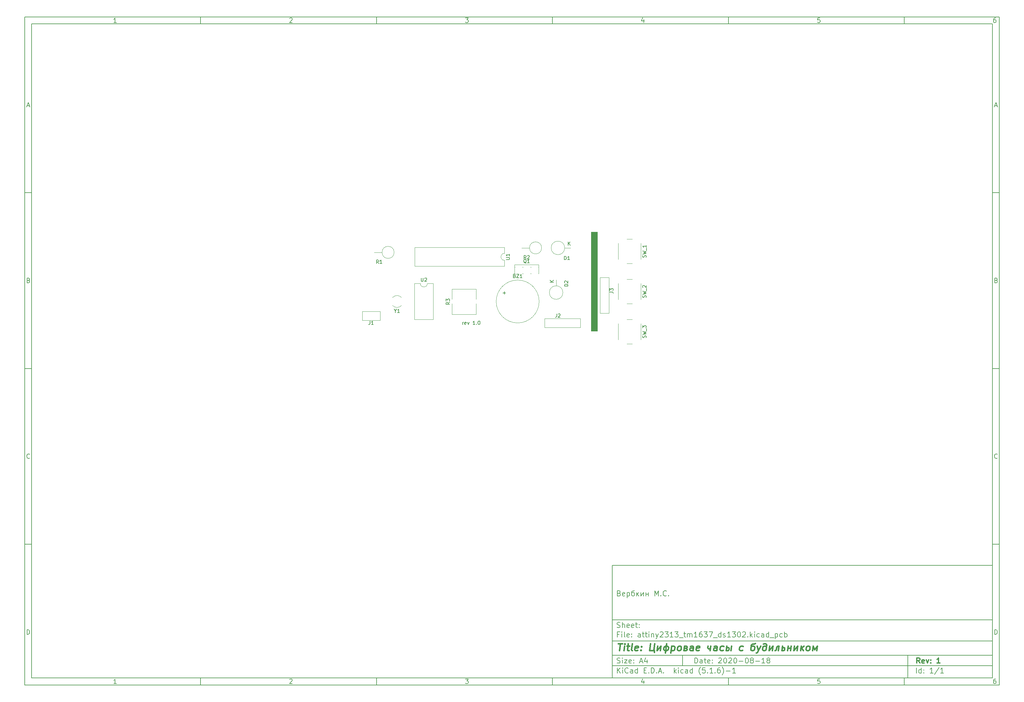
<source format=gbr>
%TF.GenerationSoftware,KiCad,Pcbnew,(5.1.6)-1*%
%TF.CreationDate,2020-08-18T15:16:32+05:00*%
%TF.ProjectId,attiny2313_tm1637_ds1302,61747469-6e79-4323-9331-335f746d3136,1*%
%TF.SameCoordinates,Original*%
%TF.FileFunction,Legend,Top*%
%TF.FilePolarity,Positive*%
%FSLAX46Y46*%
G04 Gerber Fmt 4.6, Leading zero omitted, Abs format (unit mm)*
G04 Created by KiCad (PCBNEW (5.1.6)-1) date 2020-08-18 15:16:32*
%MOMM*%
%LPD*%
G01*
G04 APERTURE LIST*
%ADD10C,0.100000*%
%ADD11C,0.150000*%
%ADD12C,0.300000*%
%ADD13C,0.400000*%
%ADD14C,0.120000*%
G04 APERTURE END LIST*
D10*
D11*
X177002200Y-166007200D02*
X177002200Y-198007200D01*
X285002200Y-198007200D01*
X285002200Y-166007200D01*
X177002200Y-166007200D01*
D10*
D11*
X10000000Y-10000000D02*
X10000000Y-200007200D01*
X287002200Y-200007200D01*
X287002200Y-10000000D01*
X10000000Y-10000000D01*
D10*
D11*
X12000000Y-12000000D02*
X12000000Y-198007200D01*
X285002200Y-198007200D01*
X285002200Y-12000000D01*
X12000000Y-12000000D01*
D10*
D11*
X60000000Y-12000000D02*
X60000000Y-10000000D01*
D10*
D11*
X110000000Y-12000000D02*
X110000000Y-10000000D01*
D10*
D11*
X160000000Y-12000000D02*
X160000000Y-10000000D01*
D10*
D11*
X210000000Y-12000000D02*
X210000000Y-10000000D01*
D10*
D11*
X260000000Y-12000000D02*
X260000000Y-10000000D01*
D10*
D11*
X36065476Y-11588095D02*
X35322619Y-11588095D01*
X35694047Y-11588095D02*
X35694047Y-10288095D01*
X35570238Y-10473809D01*
X35446428Y-10597619D01*
X35322619Y-10659523D01*
D10*
D11*
X85322619Y-10411904D02*
X85384523Y-10350000D01*
X85508333Y-10288095D01*
X85817857Y-10288095D01*
X85941666Y-10350000D01*
X86003571Y-10411904D01*
X86065476Y-10535714D01*
X86065476Y-10659523D01*
X86003571Y-10845238D01*
X85260714Y-11588095D01*
X86065476Y-11588095D01*
D10*
D11*
X135260714Y-10288095D02*
X136065476Y-10288095D01*
X135632142Y-10783333D01*
X135817857Y-10783333D01*
X135941666Y-10845238D01*
X136003571Y-10907142D01*
X136065476Y-11030952D01*
X136065476Y-11340476D01*
X136003571Y-11464285D01*
X135941666Y-11526190D01*
X135817857Y-11588095D01*
X135446428Y-11588095D01*
X135322619Y-11526190D01*
X135260714Y-11464285D01*
D10*
D11*
X185941666Y-10721428D02*
X185941666Y-11588095D01*
X185632142Y-10226190D02*
X185322619Y-11154761D01*
X186127380Y-11154761D01*
D10*
D11*
X236003571Y-10288095D02*
X235384523Y-10288095D01*
X235322619Y-10907142D01*
X235384523Y-10845238D01*
X235508333Y-10783333D01*
X235817857Y-10783333D01*
X235941666Y-10845238D01*
X236003571Y-10907142D01*
X236065476Y-11030952D01*
X236065476Y-11340476D01*
X236003571Y-11464285D01*
X235941666Y-11526190D01*
X235817857Y-11588095D01*
X235508333Y-11588095D01*
X235384523Y-11526190D01*
X235322619Y-11464285D01*
D10*
D11*
X285941666Y-10288095D02*
X285694047Y-10288095D01*
X285570238Y-10350000D01*
X285508333Y-10411904D01*
X285384523Y-10597619D01*
X285322619Y-10845238D01*
X285322619Y-11340476D01*
X285384523Y-11464285D01*
X285446428Y-11526190D01*
X285570238Y-11588095D01*
X285817857Y-11588095D01*
X285941666Y-11526190D01*
X286003571Y-11464285D01*
X286065476Y-11340476D01*
X286065476Y-11030952D01*
X286003571Y-10907142D01*
X285941666Y-10845238D01*
X285817857Y-10783333D01*
X285570238Y-10783333D01*
X285446428Y-10845238D01*
X285384523Y-10907142D01*
X285322619Y-11030952D01*
D10*
D11*
X60000000Y-198007200D02*
X60000000Y-200007200D01*
D10*
D11*
X110000000Y-198007200D02*
X110000000Y-200007200D01*
D10*
D11*
X160000000Y-198007200D02*
X160000000Y-200007200D01*
D10*
D11*
X210000000Y-198007200D02*
X210000000Y-200007200D01*
D10*
D11*
X260000000Y-198007200D02*
X260000000Y-200007200D01*
D10*
D11*
X36065476Y-199595295D02*
X35322619Y-199595295D01*
X35694047Y-199595295D02*
X35694047Y-198295295D01*
X35570238Y-198481009D01*
X35446428Y-198604819D01*
X35322619Y-198666723D01*
D10*
D11*
X85322619Y-198419104D02*
X85384523Y-198357200D01*
X85508333Y-198295295D01*
X85817857Y-198295295D01*
X85941666Y-198357200D01*
X86003571Y-198419104D01*
X86065476Y-198542914D01*
X86065476Y-198666723D01*
X86003571Y-198852438D01*
X85260714Y-199595295D01*
X86065476Y-199595295D01*
D10*
D11*
X135260714Y-198295295D02*
X136065476Y-198295295D01*
X135632142Y-198790533D01*
X135817857Y-198790533D01*
X135941666Y-198852438D01*
X136003571Y-198914342D01*
X136065476Y-199038152D01*
X136065476Y-199347676D01*
X136003571Y-199471485D01*
X135941666Y-199533390D01*
X135817857Y-199595295D01*
X135446428Y-199595295D01*
X135322619Y-199533390D01*
X135260714Y-199471485D01*
D10*
D11*
X185941666Y-198728628D02*
X185941666Y-199595295D01*
X185632142Y-198233390D02*
X185322619Y-199161961D01*
X186127380Y-199161961D01*
D10*
D11*
X236003571Y-198295295D02*
X235384523Y-198295295D01*
X235322619Y-198914342D01*
X235384523Y-198852438D01*
X235508333Y-198790533D01*
X235817857Y-198790533D01*
X235941666Y-198852438D01*
X236003571Y-198914342D01*
X236065476Y-199038152D01*
X236065476Y-199347676D01*
X236003571Y-199471485D01*
X235941666Y-199533390D01*
X235817857Y-199595295D01*
X235508333Y-199595295D01*
X235384523Y-199533390D01*
X235322619Y-199471485D01*
D10*
D11*
X285941666Y-198295295D02*
X285694047Y-198295295D01*
X285570238Y-198357200D01*
X285508333Y-198419104D01*
X285384523Y-198604819D01*
X285322619Y-198852438D01*
X285322619Y-199347676D01*
X285384523Y-199471485D01*
X285446428Y-199533390D01*
X285570238Y-199595295D01*
X285817857Y-199595295D01*
X285941666Y-199533390D01*
X286003571Y-199471485D01*
X286065476Y-199347676D01*
X286065476Y-199038152D01*
X286003571Y-198914342D01*
X285941666Y-198852438D01*
X285817857Y-198790533D01*
X285570238Y-198790533D01*
X285446428Y-198852438D01*
X285384523Y-198914342D01*
X285322619Y-199038152D01*
D10*
D11*
X10000000Y-60000000D02*
X12000000Y-60000000D01*
D10*
D11*
X10000000Y-110000000D02*
X12000000Y-110000000D01*
D10*
D11*
X10000000Y-160000000D02*
X12000000Y-160000000D01*
D10*
D11*
X10690476Y-35216666D02*
X11309523Y-35216666D01*
X10566666Y-35588095D02*
X11000000Y-34288095D01*
X11433333Y-35588095D01*
D10*
D11*
X11092857Y-84907142D02*
X11278571Y-84969047D01*
X11340476Y-85030952D01*
X11402380Y-85154761D01*
X11402380Y-85340476D01*
X11340476Y-85464285D01*
X11278571Y-85526190D01*
X11154761Y-85588095D01*
X10659523Y-85588095D01*
X10659523Y-84288095D01*
X11092857Y-84288095D01*
X11216666Y-84350000D01*
X11278571Y-84411904D01*
X11340476Y-84535714D01*
X11340476Y-84659523D01*
X11278571Y-84783333D01*
X11216666Y-84845238D01*
X11092857Y-84907142D01*
X10659523Y-84907142D01*
D10*
D11*
X11402380Y-135464285D02*
X11340476Y-135526190D01*
X11154761Y-135588095D01*
X11030952Y-135588095D01*
X10845238Y-135526190D01*
X10721428Y-135402380D01*
X10659523Y-135278571D01*
X10597619Y-135030952D01*
X10597619Y-134845238D01*
X10659523Y-134597619D01*
X10721428Y-134473809D01*
X10845238Y-134350000D01*
X11030952Y-134288095D01*
X11154761Y-134288095D01*
X11340476Y-134350000D01*
X11402380Y-134411904D01*
D10*
D11*
X10659523Y-185588095D02*
X10659523Y-184288095D01*
X10969047Y-184288095D01*
X11154761Y-184350000D01*
X11278571Y-184473809D01*
X11340476Y-184597619D01*
X11402380Y-184845238D01*
X11402380Y-185030952D01*
X11340476Y-185278571D01*
X11278571Y-185402380D01*
X11154761Y-185526190D01*
X10969047Y-185588095D01*
X10659523Y-185588095D01*
D10*
D11*
X287002200Y-60000000D02*
X285002200Y-60000000D01*
D10*
D11*
X287002200Y-110000000D02*
X285002200Y-110000000D01*
D10*
D11*
X287002200Y-160000000D02*
X285002200Y-160000000D01*
D10*
D11*
X285692676Y-35216666D02*
X286311723Y-35216666D01*
X285568866Y-35588095D02*
X286002200Y-34288095D01*
X286435533Y-35588095D01*
D10*
D11*
X286095057Y-84907142D02*
X286280771Y-84969047D01*
X286342676Y-85030952D01*
X286404580Y-85154761D01*
X286404580Y-85340476D01*
X286342676Y-85464285D01*
X286280771Y-85526190D01*
X286156961Y-85588095D01*
X285661723Y-85588095D01*
X285661723Y-84288095D01*
X286095057Y-84288095D01*
X286218866Y-84350000D01*
X286280771Y-84411904D01*
X286342676Y-84535714D01*
X286342676Y-84659523D01*
X286280771Y-84783333D01*
X286218866Y-84845238D01*
X286095057Y-84907142D01*
X285661723Y-84907142D01*
D10*
D11*
X286404580Y-135464285D02*
X286342676Y-135526190D01*
X286156961Y-135588095D01*
X286033152Y-135588095D01*
X285847438Y-135526190D01*
X285723628Y-135402380D01*
X285661723Y-135278571D01*
X285599819Y-135030952D01*
X285599819Y-134845238D01*
X285661723Y-134597619D01*
X285723628Y-134473809D01*
X285847438Y-134350000D01*
X286033152Y-134288095D01*
X286156961Y-134288095D01*
X286342676Y-134350000D01*
X286404580Y-134411904D01*
D10*
D11*
X285661723Y-185588095D02*
X285661723Y-184288095D01*
X285971247Y-184288095D01*
X286156961Y-184350000D01*
X286280771Y-184473809D01*
X286342676Y-184597619D01*
X286404580Y-184845238D01*
X286404580Y-185030952D01*
X286342676Y-185278571D01*
X286280771Y-185402380D01*
X286156961Y-185526190D01*
X285971247Y-185588095D01*
X285661723Y-185588095D01*
D10*
D11*
X200434342Y-193785771D02*
X200434342Y-192285771D01*
X200791485Y-192285771D01*
X201005771Y-192357200D01*
X201148628Y-192500057D01*
X201220057Y-192642914D01*
X201291485Y-192928628D01*
X201291485Y-193142914D01*
X201220057Y-193428628D01*
X201148628Y-193571485D01*
X201005771Y-193714342D01*
X200791485Y-193785771D01*
X200434342Y-193785771D01*
X202577200Y-193785771D02*
X202577200Y-193000057D01*
X202505771Y-192857200D01*
X202362914Y-192785771D01*
X202077200Y-192785771D01*
X201934342Y-192857200D01*
X202577200Y-193714342D02*
X202434342Y-193785771D01*
X202077200Y-193785771D01*
X201934342Y-193714342D01*
X201862914Y-193571485D01*
X201862914Y-193428628D01*
X201934342Y-193285771D01*
X202077200Y-193214342D01*
X202434342Y-193214342D01*
X202577200Y-193142914D01*
X203077200Y-192785771D02*
X203648628Y-192785771D01*
X203291485Y-192285771D02*
X203291485Y-193571485D01*
X203362914Y-193714342D01*
X203505771Y-193785771D01*
X203648628Y-193785771D01*
X204720057Y-193714342D02*
X204577200Y-193785771D01*
X204291485Y-193785771D01*
X204148628Y-193714342D01*
X204077200Y-193571485D01*
X204077200Y-193000057D01*
X204148628Y-192857200D01*
X204291485Y-192785771D01*
X204577200Y-192785771D01*
X204720057Y-192857200D01*
X204791485Y-193000057D01*
X204791485Y-193142914D01*
X204077200Y-193285771D01*
X205434342Y-193642914D02*
X205505771Y-193714342D01*
X205434342Y-193785771D01*
X205362914Y-193714342D01*
X205434342Y-193642914D01*
X205434342Y-193785771D01*
X205434342Y-192857200D02*
X205505771Y-192928628D01*
X205434342Y-193000057D01*
X205362914Y-192928628D01*
X205434342Y-192857200D01*
X205434342Y-193000057D01*
X207220057Y-192428628D02*
X207291485Y-192357200D01*
X207434342Y-192285771D01*
X207791485Y-192285771D01*
X207934342Y-192357200D01*
X208005771Y-192428628D01*
X208077200Y-192571485D01*
X208077200Y-192714342D01*
X208005771Y-192928628D01*
X207148628Y-193785771D01*
X208077200Y-193785771D01*
X209005771Y-192285771D02*
X209148628Y-192285771D01*
X209291485Y-192357200D01*
X209362914Y-192428628D01*
X209434342Y-192571485D01*
X209505771Y-192857200D01*
X209505771Y-193214342D01*
X209434342Y-193500057D01*
X209362914Y-193642914D01*
X209291485Y-193714342D01*
X209148628Y-193785771D01*
X209005771Y-193785771D01*
X208862914Y-193714342D01*
X208791485Y-193642914D01*
X208720057Y-193500057D01*
X208648628Y-193214342D01*
X208648628Y-192857200D01*
X208720057Y-192571485D01*
X208791485Y-192428628D01*
X208862914Y-192357200D01*
X209005771Y-192285771D01*
X210077200Y-192428628D02*
X210148628Y-192357200D01*
X210291485Y-192285771D01*
X210648628Y-192285771D01*
X210791485Y-192357200D01*
X210862914Y-192428628D01*
X210934342Y-192571485D01*
X210934342Y-192714342D01*
X210862914Y-192928628D01*
X210005771Y-193785771D01*
X210934342Y-193785771D01*
X211862914Y-192285771D02*
X212005771Y-192285771D01*
X212148628Y-192357200D01*
X212220057Y-192428628D01*
X212291485Y-192571485D01*
X212362914Y-192857200D01*
X212362914Y-193214342D01*
X212291485Y-193500057D01*
X212220057Y-193642914D01*
X212148628Y-193714342D01*
X212005771Y-193785771D01*
X211862914Y-193785771D01*
X211720057Y-193714342D01*
X211648628Y-193642914D01*
X211577200Y-193500057D01*
X211505771Y-193214342D01*
X211505771Y-192857200D01*
X211577200Y-192571485D01*
X211648628Y-192428628D01*
X211720057Y-192357200D01*
X211862914Y-192285771D01*
X213005771Y-193214342D02*
X214148628Y-193214342D01*
X215148628Y-192285771D02*
X215291485Y-192285771D01*
X215434342Y-192357200D01*
X215505771Y-192428628D01*
X215577200Y-192571485D01*
X215648628Y-192857200D01*
X215648628Y-193214342D01*
X215577200Y-193500057D01*
X215505771Y-193642914D01*
X215434342Y-193714342D01*
X215291485Y-193785771D01*
X215148628Y-193785771D01*
X215005771Y-193714342D01*
X214934342Y-193642914D01*
X214862914Y-193500057D01*
X214791485Y-193214342D01*
X214791485Y-192857200D01*
X214862914Y-192571485D01*
X214934342Y-192428628D01*
X215005771Y-192357200D01*
X215148628Y-192285771D01*
X216505771Y-192928628D02*
X216362914Y-192857200D01*
X216291485Y-192785771D01*
X216220057Y-192642914D01*
X216220057Y-192571485D01*
X216291485Y-192428628D01*
X216362914Y-192357200D01*
X216505771Y-192285771D01*
X216791485Y-192285771D01*
X216934342Y-192357200D01*
X217005771Y-192428628D01*
X217077200Y-192571485D01*
X217077200Y-192642914D01*
X217005771Y-192785771D01*
X216934342Y-192857200D01*
X216791485Y-192928628D01*
X216505771Y-192928628D01*
X216362914Y-193000057D01*
X216291485Y-193071485D01*
X216220057Y-193214342D01*
X216220057Y-193500057D01*
X216291485Y-193642914D01*
X216362914Y-193714342D01*
X216505771Y-193785771D01*
X216791485Y-193785771D01*
X216934342Y-193714342D01*
X217005771Y-193642914D01*
X217077200Y-193500057D01*
X217077200Y-193214342D01*
X217005771Y-193071485D01*
X216934342Y-193000057D01*
X216791485Y-192928628D01*
X217720057Y-193214342D02*
X218862914Y-193214342D01*
X220362914Y-193785771D02*
X219505771Y-193785771D01*
X219934342Y-193785771D02*
X219934342Y-192285771D01*
X219791485Y-192500057D01*
X219648628Y-192642914D01*
X219505771Y-192714342D01*
X221220057Y-192928628D02*
X221077200Y-192857200D01*
X221005771Y-192785771D01*
X220934342Y-192642914D01*
X220934342Y-192571485D01*
X221005771Y-192428628D01*
X221077200Y-192357200D01*
X221220057Y-192285771D01*
X221505771Y-192285771D01*
X221648628Y-192357200D01*
X221720057Y-192428628D01*
X221791485Y-192571485D01*
X221791485Y-192642914D01*
X221720057Y-192785771D01*
X221648628Y-192857200D01*
X221505771Y-192928628D01*
X221220057Y-192928628D01*
X221077200Y-193000057D01*
X221005771Y-193071485D01*
X220934342Y-193214342D01*
X220934342Y-193500057D01*
X221005771Y-193642914D01*
X221077200Y-193714342D01*
X221220057Y-193785771D01*
X221505771Y-193785771D01*
X221648628Y-193714342D01*
X221720057Y-193642914D01*
X221791485Y-193500057D01*
X221791485Y-193214342D01*
X221720057Y-193071485D01*
X221648628Y-193000057D01*
X221505771Y-192928628D01*
D10*
D11*
X177002200Y-194507200D02*
X285002200Y-194507200D01*
D10*
D11*
X178434342Y-196585771D02*
X178434342Y-195085771D01*
X179291485Y-196585771D02*
X178648628Y-195728628D01*
X179291485Y-195085771D02*
X178434342Y-195942914D01*
X179934342Y-196585771D02*
X179934342Y-195585771D01*
X179934342Y-195085771D02*
X179862914Y-195157200D01*
X179934342Y-195228628D01*
X180005771Y-195157200D01*
X179934342Y-195085771D01*
X179934342Y-195228628D01*
X181505771Y-196442914D02*
X181434342Y-196514342D01*
X181220057Y-196585771D01*
X181077200Y-196585771D01*
X180862914Y-196514342D01*
X180720057Y-196371485D01*
X180648628Y-196228628D01*
X180577200Y-195942914D01*
X180577200Y-195728628D01*
X180648628Y-195442914D01*
X180720057Y-195300057D01*
X180862914Y-195157200D01*
X181077200Y-195085771D01*
X181220057Y-195085771D01*
X181434342Y-195157200D01*
X181505771Y-195228628D01*
X182791485Y-196585771D02*
X182791485Y-195800057D01*
X182720057Y-195657200D01*
X182577200Y-195585771D01*
X182291485Y-195585771D01*
X182148628Y-195657200D01*
X182791485Y-196514342D02*
X182648628Y-196585771D01*
X182291485Y-196585771D01*
X182148628Y-196514342D01*
X182077200Y-196371485D01*
X182077200Y-196228628D01*
X182148628Y-196085771D01*
X182291485Y-196014342D01*
X182648628Y-196014342D01*
X182791485Y-195942914D01*
X184148628Y-196585771D02*
X184148628Y-195085771D01*
X184148628Y-196514342D02*
X184005771Y-196585771D01*
X183720057Y-196585771D01*
X183577200Y-196514342D01*
X183505771Y-196442914D01*
X183434342Y-196300057D01*
X183434342Y-195871485D01*
X183505771Y-195728628D01*
X183577200Y-195657200D01*
X183720057Y-195585771D01*
X184005771Y-195585771D01*
X184148628Y-195657200D01*
X186005771Y-195800057D02*
X186505771Y-195800057D01*
X186720057Y-196585771D02*
X186005771Y-196585771D01*
X186005771Y-195085771D01*
X186720057Y-195085771D01*
X187362914Y-196442914D02*
X187434342Y-196514342D01*
X187362914Y-196585771D01*
X187291485Y-196514342D01*
X187362914Y-196442914D01*
X187362914Y-196585771D01*
X188077200Y-196585771D02*
X188077200Y-195085771D01*
X188434342Y-195085771D01*
X188648628Y-195157200D01*
X188791485Y-195300057D01*
X188862914Y-195442914D01*
X188934342Y-195728628D01*
X188934342Y-195942914D01*
X188862914Y-196228628D01*
X188791485Y-196371485D01*
X188648628Y-196514342D01*
X188434342Y-196585771D01*
X188077200Y-196585771D01*
X189577200Y-196442914D02*
X189648628Y-196514342D01*
X189577200Y-196585771D01*
X189505771Y-196514342D01*
X189577200Y-196442914D01*
X189577200Y-196585771D01*
X190220057Y-196157200D02*
X190934342Y-196157200D01*
X190077200Y-196585771D02*
X190577200Y-195085771D01*
X191077200Y-196585771D01*
X191577200Y-196442914D02*
X191648628Y-196514342D01*
X191577200Y-196585771D01*
X191505771Y-196514342D01*
X191577200Y-196442914D01*
X191577200Y-196585771D01*
X194577200Y-196585771D02*
X194577200Y-195085771D01*
X194720057Y-196014342D02*
X195148628Y-196585771D01*
X195148628Y-195585771D02*
X194577200Y-196157200D01*
X195791485Y-196585771D02*
X195791485Y-195585771D01*
X195791485Y-195085771D02*
X195720057Y-195157200D01*
X195791485Y-195228628D01*
X195862914Y-195157200D01*
X195791485Y-195085771D01*
X195791485Y-195228628D01*
X197148628Y-196514342D02*
X197005771Y-196585771D01*
X196720057Y-196585771D01*
X196577200Y-196514342D01*
X196505771Y-196442914D01*
X196434342Y-196300057D01*
X196434342Y-195871485D01*
X196505771Y-195728628D01*
X196577200Y-195657200D01*
X196720057Y-195585771D01*
X197005771Y-195585771D01*
X197148628Y-195657200D01*
X198434342Y-196585771D02*
X198434342Y-195800057D01*
X198362914Y-195657200D01*
X198220057Y-195585771D01*
X197934342Y-195585771D01*
X197791485Y-195657200D01*
X198434342Y-196514342D02*
X198291485Y-196585771D01*
X197934342Y-196585771D01*
X197791485Y-196514342D01*
X197720057Y-196371485D01*
X197720057Y-196228628D01*
X197791485Y-196085771D01*
X197934342Y-196014342D01*
X198291485Y-196014342D01*
X198434342Y-195942914D01*
X199791485Y-196585771D02*
X199791485Y-195085771D01*
X199791485Y-196514342D02*
X199648628Y-196585771D01*
X199362914Y-196585771D01*
X199220057Y-196514342D01*
X199148628Y-196442914D01*
X199077200Y-196300057D01*
X199077200Y-195871485D01*
X199148628Y-195728628D01*
X199220057Y-195657200D01*
X199362914Y-195585771D01*
X199648628Y-195585771D01*
X199791485Y-195657200D01*
X202077200Y-197157200D02*
X202005771Y-197085771D01*
X201862914Y-196871485D01*
X201791485Y-196728628D01*
X201720057Y-196514342D01*
X201648628Y-196157200D01*
X201648628Y-195871485D01*
X201720057Y-195514342D01*
X201791485Y-195300057D01*
X201862914Y-195157200D01*
X202005771Y-194942914D01*
X202077200Y-194871485D01*
X203362914Y-195085771D02*
X202648628Y-195085771D01*
X202577200Y-195800057D01*
X202648628Y-195728628D01*
X202791485Y-195657200D01*
X203148628Y-195657200D01*
X203291485Y-195728628D01*
X203362914Y-195800057D01*
X203434342Y-195942914D01*
X203434342Y-196300057D01*
X203362914Y-196442914D01*
X203291485Y-196514342D01*
X203148628Y-196585771D01*
X202791485Y-196585771D01*
X202648628Y-196514342D01*
X202577200Y-196442914D01*
X204077200Y-196442914D02*
X204148628Y-196514342D01*
X204077200Y-196585771D01*
X204005771Y-196514342D01*
X204077200Y-196442914D01*
X204077200Y-196585771D01*
X205577200Y-196585771D02*
X204720057Y-196585771D01*
X205148628Y-196585771D02*
X205148628Y-195085771D01*
X205005771Y-195300057D01*
X204862914Y-195442914D01*
X204720057Y-195514342D01*
X206220057Y-196442914D02*
X206291485Y-196514342D01*
X206220057Y-196585771D01*
X206148628Y-196514342D01*
X206220057Y-196442914D01*
X206220057Y-196585771D01*
X207577200Y-195085771D02*
X207291485Y-195085771D01*
X207148628Y-195157200D01*
X207077200Y-195228628D01*
X206934342Y-195442914D01*
X206862914Y-195728628D01*
X206862914Y-196300057D01*
X206934342Y-196442914D01*
X207005771Y-196514342D01*
X207148628Y-196585771D01*
X207434342Y-196585771D01*
X207577200Y-196514342D01*
X207648628Y-196442914D01*
X207720057Y-196300057D01*
X207720057Y-195942914D01*
X207648628Y-195800057D01*
X207577200Y-195728628D01*
X207434342Y-195657200D01*
X207148628Y-195657200D01*
X207005771Y-195728628D01*
X206934342Y-195800057D01*
X206862914Y-195942914D01*
X208220057Y-197157200D02*
X208291485Y-197085771D01*
X208434342Y-196871485D01*
X208505771Y-196728628D01*
X208577200Y-196514342D01*
X208648628Y-196157200D01*
X208648628Y-195871485D01*
X208577200Y-195514342D01*
X208505771Y-195300057D01*
X208434342Y-195157200D01*
X208291485Y-194942914D01*
X208220057Y-194871485D01*
X209362914Y-196014342D02*
X210505771Y-196014342D01*
X212005771Y-196585771D02*
X211148628Y-196585771D01*
X211577200Y-196585771D02*
X211577200Y-195085771D01*
X211434342Y-195300057D01*
X211291485Y-195442914D01*
X211148628Y-195514342D01*
D10*
D11*
X177002200Y-191507200D02*
X285002200Y-191507200D01*
D10*
D12*
X264411485Y-193785771D02*
X263911485Y-193071485D01*
X263554342Y-193785771D02*
X263554342Y-192285771D01*
X264125771Y-192285771D01*
X264268628Y-192357200D01*
X264340057Y-192428628D01*
X264411485Y-192571485D01*
X264411485Y-192785771D01*
X264340057Y-192928628D01*
X264268628Y-193000057D01*
X264125771Y-193071485D01*
X263554342Y-193071485D01*
X265625771Y-193714342D02*
X265482914Y-193785771D01*
X265197200Y-193785771D01*
X265054342Y-193714342D01*
X264982914Y-193571485D01*
X264982914Y-193000057D01*
X265054342Y-192857200D01*
X265197200Y-192785771D01*
X265482914Y-192785771D01*
X265625771Y-192857200D01*
X265697200Y-193000057D01*
X265697200Y-193142914D01*
X264982914Y-193285771D01*
X266197200Y-192785771D02*
X266554342Y-193785771D01*
X266911485Y-192785771D01*
X267482914Y-193642914D02*
X267554342Y-193714342D01*
X267482914Y-193785771D01*
X267411485Y-193714342D01*
X267482914Y-193642914D01*
X267482914Y-193785771D01*
X267482914Y-192857200D02*
X267554342Y-192928628D01*
X267482914Y-193000057D01*
X267411485Y-192928628D01*
X267482914Y-192857200D01*
X267482914Y-193000057D01*
X270125771Y-193785771D02*
X269268628Y-193785771D01*
X269697200Y-193785771D02*
X269697200Y-192285771D01*
X269554342Y-192500057D01*
X269411485Y-192642914D01*
X269268628Y-192714342D01*
D10*
D11*
X178362914Y-193714342D02*
X178577200Y-193785771D01*
X178934342Y-193785771D01*
X179077200Y-193714342D01*
X179148628Y-193642914D01*
X179220057Y-193500057D01*
X179220057Y-193357200D01*
X179148628Y-193214342D01*
X179077200Y-193142914D01*
X178934342Y-193071485D01*
X178648628Y-193000057D01*
X178505771Y-192928628D01*
X178434342Y-192857200D01*
X178362914Y-192714342D01*
X178362914Y-192571485D01*
X178434342Y-192428628D01*
X178505771Y-192357200D01*
X178648628Y-192285771D01*
X179005771Y-192285771D01*
X179220057Y-192357200D01*
X179862914Y-193785771D02*
X179862914Y-192785771D01*
X179862914Y-192285771D02*
X179791485Y-192357200D01*
X179862914Y-192428628D01*
X179934342Y-192357200D01*
X179862914Y-192285771D01*
X179862914Y-192428628D01*
X180434342Y-192785771D02*
X181220057Y-192785771D01*
X180434342Y-193785771D01*
X181220057Y-193785771D01*
X182362914Y-193714342D02*
X182220057Y-193785771D01*
X181934342Y-193785771D01*
X181791485Y-193714342D01*
X181720057Y-193571485D01*
X181720057Y-193000057D01*
X181791485Y-192857200D01*
X181934342Y-192785771D01*
X182220057Y-192785771D01*
X182362914Y-192857200D01*
X182434342Y-193000057D01*
X182434342Y-193142914D01*
X181720057Y-193285771D01*
X183077200Y-193642914D02*
X183148628Y-193714342D01*
X183077200Y-193785771D01*
X183005771Y-193714342D01*
X183077200Y-193642914D01*
X183077200Y-193785771D01*
X183077200Y-192857200D02*
X183148628Y-192928628D01*
X183077200Y-193000057D01*
X183005771Y-192928628D01*
X183077200Y-192857200D01*
X183077200Y-193000057D01*
X184862914Y-193357200D02*
X185577200Y-193357200D01*
X184720057Y-193785771D02*
X185220057Y-192285771D01*
X185720057Y-193785771D01*
X186862914Y-192785771D02*
X186862914Y-193785771D01*
X186505771Y-192214342D02*
X186148628Y-193285771D01*
X187077200Y-193285771D01*
D10*
D11*
X263434342Y-196585771D02*
X263434342Y-195085771D01*
X264791485Y-196585771D02*
X264791485Y-195085771D01*
X264791485Y-196514342D02*
X264648628Y-196585771D01*
X264362914Y-196585771D01*
X264220057Y-196514342D01*
X264148628Y-196442914D01*
X264077200Y-196300057D01*
X264077200Y-195871485D01*
X264148628Y-195728628D01*
X264220057Y-195657200D01*
X264362914Y-195585771D01*
X264648628Y-195585771D01*
X264791485Y-195657200D01*
X265505771Y-196442914D02*
X265577200Y-196514342D01*
X265505771Y-196585771D01*
X265434342Y-196514342D01*
X265505771Y-196442914D01*
X265505771Y-196585771D01*
X265505771Y-195657200D02*
X265577200Y-195728628D01*
X265505771Y-195800057D01*
X265434342Y-195728628D01*
X265505771Y-195657200D01*
X265505771Y-195800057D01*
X268148628Y-196585771D02*
X267291485Y-196585771D01*
X267720057Y-196585771D02*
X267720057Y-195085771D01*
X267577200Y-195300057D01*
X267434342Y-195442914D01*
X267291485Y-195514342D01*
X269862914Y-195014342D02*
X268577200Y-196942914D01*
X271148628Y-196585771D02*
X270291485Y-196585771D01*
X270720057Y-196585771D02*
X270720057Y-195085771D01*
X270577200Y-195300057D01*
X270434342Y-195442914D01*
X270291485Y-195514342D01*
D10*
D11*
X177002200Y-187507200D02*
X285002200Y-187507200D01*
D10*
D13*
X178714580Y-188211961D02*
X179857438Y-188211961D01*
X179036009Y-190211961D02*
X179286009Y-188211961D01*
X180274104Y-190211961D02*
X180440771Y-188878628D01*
X180524104Y-188211961D02*
X180416961Y-188307200D01*
X180500295Y-188402438D01*
X180607438Y-188307200D01*
X180524104Y-188211961D01*
X180500295Y-188402438D01*
X181107438Y-188878628D02*
X181869342Y-188878628D01*
X181476485Y-188211961D02*
X181262200Y-189926247D01*
X181333628Y-190116723D01*
X181512200Y-190211961D01*
X181702676Y-190211961D01*
X182655057Y-190211961D02*
X182476485Y-190116723D01*
X182405057Y-189926247D01*
X182619342Y-188211961D01*
X184190771Y-190116723D02*
X183988390Y-190211961D01*
X183607438Y-190211961D01*
X183428866Y-190116723D01*
X183357438Y-189926247D01*
X183452676Y-189164342D01*
X183571723Y-188973866D01*
X183774104Y-188878628D01*
X184155057Y-188878628D01*
X184333628Y-188973866D01*
X184405057Y-189164342D01*
X184381247Y-189354819D01*
X183405057Y-189545295D01*
X185155057Y-190021485D02*
X185238390Y-190116723D01*
X185131247Y-190211961D01*
X185047914Y-190116723D01*
X185155057Y-190021485D01*
X185131247Y-190211961D01*
X185286009Y-188973866D02*
X185369342Y-189069104D01*
X185262200Y-189164342D01*
X185178866Y-189069104D01*
X185286009Y-188973866D01*
X185262200Y-189164342D01*
X189000295Y-188211961D02*
X188750295Y-190211961D01*
X187857438Y-188211961D02*
X187607438Y-190211961D01*
X188940771Y-190211961D01*
X188881247Y-190688152D01*
X189869342Y-188878628D02*
X189702676Y-190211961D01*
X190821723Y-188878628D01*
X190655057Y-190211961D01*
X192428866Y-188211961D02*
X192095533Y-190878628D01*
X192155057Y-188878628D02*
X192536009Y-188878628D01*
X192714580Y-188973866D01*
X192881247Y-189164342D01*
X192952676Y-189354819D01*
X192905057Y-189735771D01*
X192786009Y-189926247D01*
X192571723Y-190116723D01*
X192369342Y-190211961D01*
X191988390Y-190211961D01*
X191809819Y-190116723D01*
X191643152Y-189926247D01*
X191571723Y-189735771D01*
X191619342Y-189354819D01*
X191738390Y-189164342D01*
X191952676Y-188973866D01*
X192155057Y-188878628D01*
X193869342Y-188878628D02*
X193619342Y-190878628D01*
X193857438Y-188973866D02*
X194059819Y-188878628D01*
X194440771Y-188878628D01*
X194619342Y-188973866D01*
X194702676Y-189069104D01*
X194774104Y-189259580D01*
X194702676Y-189831009D01*
X194583628Y-190021485D01*
X194476485Y-190116723D01*
X194274104Y-190211961D01*
X193893152Y-190211961D01*
X193714580Y-190116723D01*
X195797914Y-190211961D02*
X195619342Y-190116723D01*
X195536009Y-190021485D01*
X195464580Y-189831009D01*
X195536009Y-189259580D01*
X195655057Y-189069104D01*
X195762200Y-188973866D01*
X195964580Y-188878628D01*
X196250295Y-188878628D01*
X196428866Y-188973866D01*
X196512200Y-189069104D01*
X196583628Y-189259580D01*
X196512200Y-189831009D01*
X196393152Y-190021485D01*
X196286009Y-190116723D01*
X196083628Y-190211961D01*
X195797914Y-190211961D01*
X197881247Y-189545295D02*
X198155057Y-189640533D01*
X198226485Y-189831009D01*
X198214580Y-189926247D01*
X198095533Y-190116723D01*
X197893152Y-190211961D01*
X197321723Y-190211961D01*
X197488390Y-188878628D01*
X197964580Y-188878628D01*
X198143152Y-188973866D01*
X198214580Y-189164342D01*
X198202676Y-189259580D01*
X198083628Y-189450057D01*
X197881247Y-189545295D01*
X197405057Y-189545295D01*
X199893152Y-190211961D02*
X200024104Y-189164342D01*
X199952676Y-188973866D01*
X199774104Y-188878628D01*
X199393152Y-188878628D01*
X199190771Y-188973866D01*
X199905057Y-190116723D02*
X199702676Y-190211961D01*
X199226485Y-190211961D01*
X199047914Y-190116723D01*
X198976485Y-189926247D01*
X199000295Y-189735771D01*
X199119342Y-189545295D01*
X199321723Y-189450057D01*
X199797914Y-189450057D01*
X200000295Y-189354819D01*
X201619342Y-190116723D02*
X201416961Y-190211961D01*
X201036009Y-190211961D01*
X200857438Y-190116723D01*
X200786009Y-189926247D01*
X200881247Y-189164342D01*
X201000295Y-188973866D01*
X201202676Y-188878628D01*
X201583628Y-188878628D01*
X201762200Y-188973866D01*
X201833628Y-189164342D01*
X201809819Y-189354819D01*
X200833628Y-189545295D01*
X204916961Y-188878628D02*
X204750295Y-190211961D01*
X204155057Y-188878628D02*
X204095533Y-189354819D01*
X204166961Y-189545295D01*
X204345533Y-189640533D01*
X204821723Y-189640533D01*
X206655057Y-190211961D02*
X206786009Y-189164342D01*
X206714580Y-188973866D01*
X206536009Y-188878628D01*
X206155057Y-188878628D01*
X205952676Y-188973866D01*
X206666961Y-190116723D02*
X206464580Y-190211961D01*
X205988390Y-190211961D01*
X205809819Y-190116723D01*
X205738390Y-189926247D01*
X205762200Y-189735771D01*
X205881247Y-189545295D01*
X206083628Y-189450057D01*
X206559819Y-189450057D01*
X206762200Y-189354819D01*
X208476485Y-190116723D02*
X208274104Y-190211961D01*
X207893152Y-190211961D01*
X207714580Y-190116723D01*
X207631247Y-190021485D01*
X207559819Y-189831009D01*
X207631247Y-189259580D01*
X207750295Y-189069104D01*
X207857438Y-188973866D01*
X208059819Y-188878628D01*
X208440771Y-188878628D01*
X208619342Y-188973866D01*
X210821723Y-188878628D02*
X210655057Y-190211961D01*
X209488390Y-188878628D02*
X209321723Y-190211961D01*
X209797914Y-190211961D01*
X210000295Y-190116723D01*
X210119342Y-189926247D01*
X210155057Y-189640533D01*
X210083628Y-189450057D01*
X209905057Y-189354819D01*
X209428866Y-189354819D01*
X214000295Y-190116723D02*
X213797914Y-190211961D01*
X213416961Y-190211961D01*
X213238390Y-190116723D01*
X213155057Y-190021485D01*
X213083628Y-189831009D01*
X213155057Y-189259580D01*
X213274104Y-189069104D01*
X213381247Y-188973866D01*
X213583628Y-188878628D01*
X213964580Y-188878628D01*
X214143152Y-188973866D01*
X217583628Y-188116723D02*
X217476485Y-188211961D01*
X217274104Y-188307200D01*
X216893152Y-188307200D01*
X216690771Y-188402438D01*
X216583628Y-188497676D01*
X216464580Y-188688152D01*
X216321723Y-189831009D01*
X216393152Y-190021485D01*
X216476485Y-190116723D01*
X216655057Y-190211961D01*
X216940771Y-190211961D01*
X217143152Y-190116723D01*
X217250295Y-190021485D01*
X217369342Y-189831009D01*
X217440771Y-189259580D01*
X217369342Y-189069104D01*
X217286009Y-188973866D01*
X217107438Y-188878628D01*
X216726485Y-188878628D01*
X216524104Y-188973866D01*
X216416961Y-189069104D01*
X218155057Y-188878628D02*
X218464580Y-190211961D01*
X219107438Y-188878628D02*
X218464580Y-190211961D01*
X218214580Y-190688152D01*
X218107438Y-190783390D01*
X217905057Y-190878628D01*
X220797914Y-189069104D02*
X220714580Y-188973866D01*
X220536009Y-188878628D01*
X220155057Y-188878628D01*
X219952676Y-188973866D01*
X219845533Y-189069104D01*
X219726485Y-189259580D01*
X219655057Y-189831009D01*
X219726485Y-190021485D01*
X219809819Y-190116723D01*
X219988390Y-190211961D01*
X220274104Y-190211961D01*
X220476485Y-190116723D01*
X220583628Y-190021485D01*
X220702676Y-189831009D01*
X220857438Y-188592914D01*
X220786009Y-188402438D01*
X220702676Y-188307200D01*
X220524104Y-188211961D01*
X220143152Y-188211961D01*
X219940771Y-188307200D01*
X221678866Y-188878628D02*
X221512200Y-190211961D01*
X222631247Y-188878628D01*
X222464580Y-190211961D01*
X224178866Y-190211961D02*
X224345533Y-188878628D01*
X224059819Y-188878628D01*
X223857438Y-188973866D01*
X223738390Y-189164342D01*
X223547914Y-189926247D01*
X223428866Y-190116723D01*
X223226485Y-190211961D01*
X225297914Y-188878628D02*
X225131247Y-190211961D01*
X225607438Y-190211961D01*
X225809819Y-190116723D01*
X225928866Y-189926247D01*
X225964580Y-189640533D01*
X225893152Y-189450057D01*
X225714580Y-189354819D01*
X225238390Y-189354819D01*
X226833628Y-189545295D02*
X227690771Y-189545295D01*
X226916961Y-188878628D02*
X226750295Y-190211961D01*
X227774104Y-188878628D02*
X227607438Y-190211961D01*
X228726485Y-188878628D02*
X228559819Y-190211961D01*
X229678866Y-188878628D01*
X229512199Y-190211961D01*
X230631247Y-188878628D02*
X230464580Y-190211961D01*
X230750295Y-189450057D02*
X231226485Y-190211961D01*
X231393152Y-188878628D02*
X230536009Y-189640533D01*
X232369342Y-190211961D02*
X232190771Y-190116723D01*
X232107438Y-190021485D01*
X232036009Y-189831009D01*
X232107438Y-189259580D01*
X232226485Y-189069104D01*
X232333628Y-188973866D01*
X232536009Y-188878628D01*
X232821723Y-188878628D01*
X233000295Y-188973866D01*
X233083628Y-189069104D01*
X233155057Y-189259580D01*
X233083628Y-189831009D01*
X232964580Y-190021485D01*
X232857438Y-190116723D01*
X232655057Y-190211961D01*
X232369342Y-190211961D01*
X233893152Y-190211961D02*
X234059819Y-188878628D01*
X234500295Y-189926247D01*
X235202676Y-188878628D01*
X235036009Y-190211961D01*
D10*
D11*
X178934342Y-185600057D02*
X178434342Y-185600057D01*
X178434342Y-186385771D02*
X178434342Y-184885771D01*
X179148628Y-184885771D01*
X179720057Y-186385771D02*
X179720057Y-185385771D01*
X179720057Y-184885771D02*
X179648628Y-184957200D01*
X179720057Y-185028628D01*
X179791485Y-184957200D01*
X179720057Y-184885771D01*
X179720057Y-185028628D01*
X180648628Y-186385771D02*
X180505771Y-186314342D01*
X180434342Y-186171485D01*
X180434342Y-184885771D01*
X181791485Y-186314342D02*
X181648628Y-186385771D01*
X181362914Y-186385771D01*
X181220057Y-186314342D01*
X181148628Y-186171485D01*
X181148628Y-185600057D01*
X181220057Y-185457200D01*
X181362914Y-185385771D01*
X181648628Y-185385771D01*
X181791485Y-185457200D01*
X181862914Y-185600057D01*
X181862914Y-185742914D01*
X181148628Y-185885771D01*
X182505771Y-186242914D02*
X182577200Y-186314342D01*
X182505771Y-186385771D01*
X182434342Y-186314342D01*
X182505771Y-186242914D01*
X182505771Y-186385771D01*
X182505771Y-185457200D02*
X182577200Y-185528628D01*
X182505771Y-185600057D01*
X182434342Y-185528628D01*
X182505771Y-185457200D01*
X182505771Y-185600057D01*
X185005771Y-186385771D02*
X185005771Y-185600057D01*
X184934342Y-185457200D01*
X184791485Y-185385771D01*
X184505771Y-185385771D01*
X184362914Y-185457200D01*
X185005771Y-186314342D02*
X184862914Y-186385771D01*
X184505771Y-186385771D01*
X184362914Y-186314342D01*
X184291485Y-186171485D01*
X184291485Y-186028628D01*
X184362914Y-185885771D01*
X184505771Y-185814342D01*
X184862914Y-185814342D01*
X185005771Y-185742914D01*
X185505771Y-185385771D02*
X186077200Y-185385771D01*
X185720057Y-184885771D02*
X185720057Y-186171485D01*
X185791485Y-186314342D01*
X185934342Y-186385771D01*
X186077200Y-186385771D01*
X186362914Y-185385771D02*
X186934342Y-185385771D01*
X186577200Y-184885771D02*
X186577200Y-186171485D01*
X186648628Y-186314342D01*
X186791485Y-186385771D01*
X186934342Y-186385771D01*
X187434342Y-186385771D02*
X187434342Y-185385771D01*
X187434342Y-184885771D02*
X187362914Y-184957200D01*
X187434342Y-185028628D01*
X187505771Y-184957200D01*
X187434342Y-184885771D01*
X187434342Y-185028628D01*
X188148628Y-185385771D02*
X188148628Y-186385771D01*
X188148628Y-185528628D02*
X188220057Y-185457200D01*
X188362914Y-185385771D01*
X188577200Y-185385771D01*
X188720057Y-185457200D01*
X188791485Y-185600057D01*
X188791485Y-186385771D01*
X189362914Y-185385771D02*
X189720057Y-186385771D01*
X190077200Y-185385771D02*
X189720057Y-186385771D01*
X189577200Y-186742914D01*
X189505771Y-186814342D01*
X189362914Y-186885771D01*
X190577200Y-185028628D02*
X190648628Y-184957200D01*
X190791485Y-184885771D01*
X191148628Y-184885771D01*
X191291485Y-184957200D01*
X191362914Y-185028628D01*
X191434342Y-185171485D01*
X191434342Y-185314342D01*
X191362914Y-185528628D01*
X190505771Y-186385771D01*
X191434342Y-186385771D01*
X191934342Y-184885771D02*
X192862914Y-184885771D01*
X192362914Y-185457200D01*
X192577200Y-185457200D01*
X192720057Y-185528628D01*
X192791485Y-185600057D01*
X192862914Y-185742914D01*
X192862914Y-186100057D01*
X192791485Y-186242914D01*
X192720057Y-186314342D01*
X192577200Y-186385771D01*
X192148628Y-186385771D01*
X192005771Y-186314342D01*
X191934342Y-186242914D01*
X194291485Y-186385771D02*
X193434342Y-186385771D01*
X193862914Y-186385771D02*
X193862914Y-184885771D01*
X193720057Y-185100057D01*
X193577200Y-185242914D01*
X193434342Y-185314342D01*
X194791485Y-184885771D02*
X195720057Y-184885771D01*
X195220057Y-185457200D01*
X195434342Y-185457200D01*
X195577200Y-185528628D01*
X195648628Y-185600057D01*
X195720057Y-185742914D01*
X195720057Y-186100057D01*
X195648628Y-186242914D01*
X195577200Y-186314342D01*
X195434342Y-186385771D01*
X195005771Y-186385771D01*
X194862914Y-186314342D01*
X194791485Y-186242914D01*
X196005771Y-186528628D02*
X197148628Y-186528628D01*
X197291485Y-185385771D02*
X197862914Y-185385771D01*
X197505771Y-184885771D02*
X197505771Y-186171485D01*
X197577200Y-186314342D01*
X197720057Y-186385771D01*
X197862914Y-186385771D01*
X198362914Y-186385771D02*
X198362914Y-185385771D01*
X198362914Y-185528628D02*
X198434342Y-185457200D01*
X198577200Y-185385771D01*
X198791485Y-185385771D01*
X198934342Y-185457200D01*
X199005771Y-185600057D01*
X199005771Y-186385771D01*
X199005771Y-185600057D02*
X199077200Y-185457200D01*
X199220057Y-185385771D01*
X199434342Y-185385771D01*
X199577200Y-185457200D01*
X199648628Y-185600057D01*
X199648628Y-186385771D01*
X201148628Y-186385771D02*
X200291485Y-186385771D01*
X200720057Y-186385771D02*
X200720057Y-184885771D01*
X200577200Y-185100057D01*
X200434342Y-185242914D01*
X200291485Y-185314342D01*
X202434342Y-184885771D02*
X202148628Y-184885771D01*
X202005771Y-184957200D01*
X201934342Y-185028628D01*
X201791485Y-185242914D01*
X201720057Y-185528628D01*
X201720057Y-186100057D01*
X201791485Y-186242914D01*
X201862914Y-186314342D01*
X202005771Y-186385771D01*
X202291485Y-186385771D01*
X202434342Y-186314342D01*
X202505771Y-186242914D01*
X202577200Y-186100057D01*
X202577200Y-185742914D01*
X202505771Y-185600057D01*
X202434342Y-185528628D01*
X202291485Y-185457200D01*
X202005771Y-185457200D01*
X201862914Y-185528628D01*
X201791485Y-185600057D01*
X201720057Y-185742914D01*
X203077200Y-184885771D02*
X204005771Y-184885771D01*
X203505771Y-185457200D01*
X203720057Y-185457200D01*
X203862914Y-185528628D01*
X203934342Y-185600057D01*
X204005771Y-185742914D01*
X204005771Y-186100057D01*
X203934342Y-186242914D01*
X203862914Y-186314342D01*
X203720057Y-186385771D01*
X203291485Y-186385771D01*
X203148628Y-186314342D01*
X203077200Y-186242914D01*
X204505771Y-184885771D02*
X205505771Y-184885771D01*
X204862914Y-186385771D01*
X205720057Y-186528628D02*
X206862914Y-186528628D01*
X207862914Y-186385771D02*
X207862914Y-184885771D01*
X207862914Y-186314342D02*
X207720057Y-186385771D01*
X207434342Y-186385771D01*
X207291485Y-186314342D01*
X207220057Y-186242914D01*
X207148628Y-186100057D01*
X207148628Y-185671485D01*
X207220057Y-185528628D01*
X207291485Y-185457200D01*
X207434342Y-185385771D01*
X207720057Y-185385771D01*
X207862914Y-185457200D01*
X208505771Y-186314342D02*
X208648628Y-186385771D01*
X208934342Y-186385771D01*
X209077200Y-186314342D01*
X209148628Y-186171485D01*
X209148628Y-186100057D01*
X209077200Y-185957200D01*
X208934342Y-185885771D01*
X208720057Y-185885771D01*
X208577200Y-185814342D01*
X208505771Y-185671485D01*
X208505771Y-185600057D01*
X208577200Y-185457200D01*
X208720057Y-185385771D01*
X208934342Y-185385771D01*
X209077200Y-185457200D01*
X210577200Y-186385771D02*
X209720057Y-186385771D01*
X210148628Y-186385771D02*
X210148628Y-184885771D01*
X210005771Y-185100057D01*
X209862914Y-185242914D01*
X209720057Y-185314342D01*
X211077200Y-184885771D02*
X212005771Y-184885771D01*
X211505771Y-185457200D01*
X211720057Y-185457200D01*
X211862914Y-185528628D01*
X211934342Y-185600057D01*
X212005771Y-185742914D01*
X212005771Y-186100057D01*
X211934342Y-186242914D01*
X211862914Y-186314342D01*
X211720057Y-186385771D01*
X211291485Y-186385771D01*
X211148628Y-186314342D01*
X211077200Y-186242914D01*
X212934342Y-184885771D02*
X213077200Y-184885771D01*
X213220057Y-184957200D01*
X213291485Y-185028628D01*
X213362914Y-185171485D01*
X213434342Y-185457200D01*
X213434342Y-185814342D01*
X213362914Y-186100057D01*
X213291485Y-186242914D01*
X213220057Y-186314342D01*
X213077200Y-186385771D01*
X212934342Y-186385771D01*
X212791485Y-186314342D01*
X212720057Y-186242914D01*
X212648628Y-186100057D01*
X212577200Y-185814342D01*
X212577200Y-185457200D01*
X212648628Y-185171485D01*
X212720057Y-185028628D01*
X212791485Y-184957200D01*
X212934342Y-184885771D01*
X214005771Y-185028628D02*
X214077200Y-184957200D01*
X214220057Y-184885771D01*
X214577200Y-184885771D01*
X214720057Y-184957200D01*
X214791485Y-185028628D01*
X214862914Y-185171485D01*
X214862914Y-185314342D01*
X214791485Y-185528628D01*
X213934342Y-186385771D01*
X214862914Y-186385771D01*
X215505771Y-186242914D02*
X215577200Y-186314342D01*
X215505771Y-186385771D01*
X215434342Y-186314342D01*
X215505771Y-186242914D01*
X215505771Y-186385771D01*
X216220057Y-186385771D02*
X216220057Y-184885771D01*
X216362914Y-185814342D02*
X216791485Y-186385771D01*
X216791485Y-185385771D02*
X216220057Y-185957200D01*
X217434342Y-186385771D02*
X217434342Y-185385771D01*
X217434342Y-184885771D02*
X217362914Y-184957200D01*
X217434342Y-185028628D01*
X217505771Y-184957200D01*
X217434342Y-184885771D01*
X217434342Y-185028628D01*
X218791485Y-186314342D02*
X218648628Y-186385771D01*
X218362914Y-186385771D01*
X218220057Y-186314342D01*
X218148628Y-186242914D01*
X218077200Y-186100057D01*
X218077200Y-185671485D01*
X218148628Y-185528628D01*
X218220057Y-185457200D01*
X218362914Y-185385771D01*
X218648628Y-185385771D01*
X218791485Y-185457200D01*
X220077200Y-186385771D02*
X220077200Y-185600057D01*
X220005771Y-185457200D01*
X219862914Y-185385771D01*
X219577200Y-185385771D01*
X219434342Y-185457200D01*
X220077200Y-186314342D02*
X219934342Y-186385771D01*
X219577200Y-186385771D01*
X219434342Y-186314342D01*
X219362914Y-186171485D01*
X219362914Y-186028628D01*
X219434342Y-185885771D01*
X219577200Y-185814342D01*
X219934342Y-185814342D01*
X220077200Y-185742914D01*
X221434342Y-186385771D02*
X221434342Y-184885771D01*
X221434342Y-186314342D02*
X221291485Y-186385771D01*
X221005771Y-186385771D01*
X220862914Y-186314342D01*
X220791485Y-186242914D01*
X220720057Y-186100057D01*
X220720057Y-185671485D01*
X220791485Y-185528628D01*
X220862914Y-185457200D01*
X221005771Y-185385771D01*
X221291485Y-185385771D01*
X221434342Y-185457200D01*
X221791485Y-186528628D02*
X222934342Y-186528628D01*
X223291485Y-185385771D02*
X223291485Y-186885771D01*
X223291485Y-185457200D02*
X223434342Y-185385771D01*
X223720057Y-185385771D01*
X223862914Y-185457200D01*
X223934342Y-185528628D01*
X224005771Y-185671485D01*
X224005771Y-186100057D01*
X223934342Y-186242914D01*
X223862914Y-186314342D01*
X223720057Y-186385771D01*
X223434342Y-186385771D01*
X223291485Y-186314342D01*
X225291485Y-186314342D02*
X225148628Y-186385771D01*
X224862914Y-186385771D01*
X224720057Y-186314342D01*
X224648628Y-186242914D01*
X224577200Y-186100057D01*
X224577200Y-185671485D01*
X224648628Y-185528628D01*
X224720057Y-185457200D01*
X224862914Y-185385771D01*
X225148628Y-185385771D01*
X225291485Y-185457200D01*
X225934342Y-186385771D02*
X225934342Y-184885771D01*
X225934342Y-185457200D02*
X226077200Y-185385771D01*
X226362914Y-185385771D01*
X226505771Y-185457200D01*
X226577200Y-185528628D01*
X226648628Y-185671485D01*
X226648628Y-186100057D01*
X226577200Y-186242914D01*
X226505771Y-186314342D01*
X226362914Y-186385771D01*
X226077200Y-186385771D01*
X225934342Y-186314342D01*
D10*
D11*
X177002200Y-181507200D02*
X285002200Y-181507200D01*
D10*
D11*
X178362914Y-183614342D02*
X178577200Y-183685771D01*
X178934342Y-183685771D01*
X179077200Y-183614342D01*
X179148628Y-183542914D01*
X179220057Y-183400057D01*
X179220057Y-183257200D01*
X179148628Y-183114342D01*
X179077200Y-183042914D01*
X178934342Y-182971485D01*
X178648628Y-182900057D01*
X178505771Y-182828628D01*
X178434342Y-182757200D01*
X178362914Y-182614342D01*
X178362914Y-182471485D01*
X178434342Y-182328628D01*
X178505771Y-182257200D01*
X178648628Y-182185771D01*
X179005771Y-182185771D01*
X179220057Y-182257200D01*
X179862914Y-183685771D02*
X179862914Y-182185771D01*
X180505771Y-183685771D02*
X180505771Y-182900057D01*
X180434342Y-182757200D01*
X180291485Y-182685771D01*
X180077200Y-182685771D01*
X179934342Y-182757200D01*
X179862914Y-182828628D01*
X181791485Y-183614342D02*
X181648628Y-183685771D01*
X181362914Y-183685771D01*
X181220057Y-183614342D01*
X181148628Y-183471485D01*
X181148628Y-182900057D01*
X181220057Y-182757200D01*
X181362914Y-182685771D01*
X181648628Y-182685771D01*
X181791485Y-182757200D01*
X181862914Y-182900057D01*
X181862914Y-183042914D01*
X181148628Y-183185771D01*
X183077200Y-183614342D02*
X182934342Y-183685771D01*
X182648628Y-183685771D01*
X182505771Y-183614342D01*
X182434342Y-183471485D01*
X182434342Y-182900057D01*
X182505771Y-182757200D01*
X182648628Y-182685771D01*
X182934342Y-182685771D01*
X183077200Y-182757200D01*
X183148628Y-182900057D01*
X183148628Y-183042914D01*
X182434342Y-183185771D01*
X183577200Y-182685771D02*
X184148628Y-182685771D01*
X183791485Y-182185771D02*
X183791485Y-183471485D01*
X183862914Y-183614342D01*
X184005771Y-183685771D01*
X184148628Y-183685771D01*
X184648628Y-183542914D02*
X184720057Y-183614342D01*
X184648628Y-183685771D01*
X184577200Y-183614342D01*
X184648628Y-183542914D01*
X184648628Y-183685771D01*
X184648628Y-182757200D02*
X184720057Y-182828628D01*
X184648628Y-182900057D01*
X184577200Y-182828628D01*
X184648628Y-182757200D01*
X184648628Y-182900057D01*
D10*
D11*
X178934342Y-173900057D02*
X179148628Y-173971485D01*
X179220057Y-174042914D01*
X179291485Y-174185771D01*
X179291485Y-174400057D01*
X179220057Y-174542914D01*
X179148628Y-174614342D01*
X179005771Y-174685771D01*
X178434342Y-174685771D01*
X178434342Y-173185771D01*
X178934342Y-173185771D01*
X179077200Y-173257200D01*
X179148628Y-173328628D01*
X179220057Y-173471485D01*
X179220057Y-173614342D01*
X179148628Y-173757200D01*
X179077200Y-173828628D01*
X178934342Y-173900057D01*
X178434342Y-173900057D01*
X180505771Y-174614342D02*
X180362914Y-174685771D01*
X180077200Y-174685771D01*
X179934342Y-174614342D01*
X179862914Y-174471485D01*
X179862914Y-173900057D01*
X179934342Y-173757200D01*
X180077200Y-173685771D01*
X180362914Y-173685771D01*
X180505771Y-173757200D01*
X180577200Y-173900057D01*
X180577200Y-174042914D01*
X179862914Y-174185771D01*
X181220057Y-173685771D02*
X181220057Y-175185771D01*
X181220057Y-173757200D02*
X181362914Y-173685771D01*
X181648628Y-173685771D01*
X181791485Y-173757200D01*
X181862914Y-173828628D01*
X181934342Y-173971485D01*
X181934342Y-174400057D01*
X181862914Y-174542914D01*
X181791485Y-174614342D01*
X181648628Y-174685771D01*
X181362914Y-174685771D01*
X181220057Y-174614342D01*
X183291485Y-173114342D02*
X183220057Y-173185771D01*
X183077200Y-173257200D01*
X182791485Y-173257200D01*
X182648628Y-173328628D01*
X182577200Y-173400057D01*
X182505771Y-173542914D01*
X182505771Y-174400057D01*
X182577200Y-174542914D01*
X182648628Y-174614342D01*
X182791485Y-174685771D01*
X183005771Y-174685771D01*
X183148628Y-174614342D01*
X183220057Y-174542914D01*
X183291485Y-174400057D01*
X183291485Y-173971485D01*
X183220057Y-173828628D01*
X183148628Y-173757200D01*
X183005771Y-173685771D01*
X182720057Y-173685771D01*
X182577200Y-173757200D01*
X182505771Y-173828628D01*
X183934342Y-173685771D02*
X183934342Y-174685771D01*
X184077200Y-174114342D02*
X184505771Y-174685771D01*
X184505771Y-173685771D02*
X183934342Y-174257200D01*
X185148628Y-173685771D02*
X185148628Y-174685771D01*
X185862914Y-173685771D01*
X185862914Y-174685771D01*
X186577200Y-174185771D02*
X187220057Y-174185771D01*
X186577200Y-173685771D02*
X186577200Y-174685771D01*
X187220057Y-173685771D02*
X187220057Y-174685771D01*
X189077200Y-174685771D02*
X189077200Y-173185771D01*
X189577200Y-174257200D01*
X190077200Y-173185771D01*
X190077200Y-174685771D01*
X190791485Y-174542914D02*
X190862914Y-174614342D01*
X190791485Y-174685771D01*
X190720057Y-174614342D01*
X190791485Y-174542914D01*
X190791485Y-174685771D01*
X192362914Y-174542914D02*
X192291485Y-174614342D01*
X192077200Y-174685771D01*
X191934342Y-174685771D01*
X191720057Y-174614342D01*
X191577200Y-174471485D01*
X191505771Y-174328628D01*
X191434342Y-174042914D01*
X191434342Y-173828628D01*
X191505771Y-173542914D01*
X191577200Y-173400057D01*
X191720057Y-173257200D01*
X191934342Y-173185771D01*
X192077200Y-173185771D01*
X192291485Y-173257200D01*
X192362914Y-173328628D01*
X193005771Y-174542914D02*
X193077200Y-174614342D01*
X193005771Y-174685771D01*
X192934342Y-174614342D01*
X193005771Y-174542914D01*
X193005771Y-174685771D01*
D10*
D11*
X197002200Y-191507200D02*
X197002200Y-194507200D01*
D10*
D11*
X261002200Y-191507200D02*
X261002200Y-198007200D01*
X134453619Y-97480380D02*
X134453619Y-96813714D01*
X134453619Y-97004190D02*
X134501238Y-96908952D01*
X134548857Y-96861333D01*
X134644095Y-96813714D01*
X134739333Y-96813714D01*
X135453619Y-97432761D02*
X135358380Y-97480380D01*
X135167904Y-97480380D01*
X135072666Y-97432761D01*
X135025047Y-97337523D01*
X135025047Y-96956571D01*
X135072666Y-96861333D01*
X135167904Y-96813714D01*
X135358380Y-96813714D01*
X135453619Y-96861333D01*
X135501238Y-96956571D01*
X135501238Y-97051809D01*
X135025047Y-97147047D01*
X135834571Y-96813714D02*
X136072666Y-97480380D01*
X136310761Y-96813714D01*
X137977428Y-97480380D02*
X137406000Y-97480380D01*
X137691714Y-97480380D02*
X137691714Y-96480380D01*
X137596476Y-96623238D01*
X137501238Y-96718476D01*
X137406000Y-96766095D01*
X138406000Y-97385142D02*
X138453619Y-97432761D01*
X138406000Y-97480380D01*
X138358380Y-97432761D01*
X138406000Y-97385142D01*
X138406000Y-97480380D01*
X139072666Y-96480380D02*
X139167904Y-96480380D01*
X139263142Y-96528000D01*
X139310761Y-96575619D01*
X139358380Y-96670857D01*
X139406000Y-96861333D01*
X139406000Y-97099428D01*
X139358380Y-97289904D01*
X139310761Y-97385142D01*
X139263142Y-97432761D01*
X139167904Y-97480380D01*
X139072666Y-97480380D01*
X138977428Y-97432761D01*
X138929809Y-97385142D01*
X138882190Y-97289904D01*
X138834571Y-97099428D01*
X138834571Y-96861333D01*
X138882190Y-96670857D01*
X138929809Y-96575619D01*
X138977428Y-96528000D01*
X139072666Y-96480380D01*
D10*
G36*
X172720000Y-99314000D02*
G01*
X170942000Y-99314000D01*
X170942000Y-71120000D01*
X172720000Y-71120000D01*
X172720000Y-99314000D01*
G37*
X172720000Y-99314000D02*
X170942000Y-99314000D01*
X170942000Y-71120000D01*
X172720000Y-71120000D01*
X172720000Y-99314000D01*
D14*
%TO.C,J3*%
X176022000Y-84074000D02*
X176022000Y-94234000D01*
X176022000Y-94234000D02*
X173482000Y-94234000D01*
X173482000Y-94234000D02*
X173482000Y-84074000D01*
X173482000Y-84074000D02*
X176022000Y-84074000D01*
%TO.C,J2*%
X157734000Y-98298000D02*
X157734000Y-95758000D01*
X167894000Y-98298000D02*
X157734000Y-98298000D01*
X167894000Y-95758000D02*
X167894000Y-98298000D01*
X157734000Y-95758000D02*
X167894000Y-95758000D01*
%TO.C,J1*%
X110998000Y-93726000D02*
X110998000Y-96266000D01*
X105918000Y-93726000D02*
X110998000Y-93726000D01*
X105918000Y-96266000D02*
X105918000Y-93726000D01*
X110998000Y-96266000D02*
X105918000Y-96266000D01*
%TO.C,D2*%
X161036000Y-86472000D02*
X161036000Y-84812000D01*
X162956000Y-88392000D02*
G75*
G03*
X162956000Y-88392000I-1920000J0D01*
G01*
%TO.C,D1*%
X163464000Y-75692000D02*
X165124000Y-75692000D01*
X163464000Y-75692000D02*
G75*
G03*
X163464000Y-75692000I-1920000J0D01*
G01*
%TO.C,BZ1*%
X156204000Y-90932000D02*
G75*
G03*
X156204000Y-90932000I-6100000J0D01*
G01*
%TO.C,R3*%
X131454000Y-94612000D02*
X131454000Y-91582000D01*
X131454000Y-90282000D02*
X131454000Y-87372000D01*
X138294000Y-94612000D02*
X138294000Y-91582000D01*
X138294000Y-90282000D02*
X138294000Y-87372000D01*
X131454000Y-94612000D02*
X138294000Y-94612000D01*
X131454000Y-87372000D02*
X138294000Y-87372000D01*
%TO.C,SW_1*%
X178650000Y-74406000D02*
X178650000Y-78906000D01*
X182650000Y-73156000D02*
X181150000Y-73156000D01*
X185150000Y-78906000D02*
X185150000Y-74406000D01*
X181150000Y-80156000D02*
X182650000Y-80156000D01*
%TO.C,SW_2*%
X181150000Y-91586000D02*
X182650000Y-91586000D01*
X185150000Y-90336000D02*
X185150000Y-85836000D01*
X182650000Y-84586000D02*
X181150000Y-84586000D01*
X178650000Y-85836000D02*
X178650000Y-90336000D01*
%TO.C,SW_3*%
X178650000Y-97266000D02*
X178650000Y-101766000D01*
X182650000Y-96016000D02*
X181150000Y-96016000D01*
X185150000Y-101766000D02*
X185150000Y-97266000D01*
X181150000Y-103016000D02*
X182650000Y-103016000D01*
%TO.C,U1*%
X146364000Y-77232000D02*
X146364000Y-75582000D01*
X146364000Y-75582000D02*
X120844000Y-75582000D01*
X120844000Y-75582000D02*
X120844000Y-80882000D01*
X120844000Y-80882000D02*
X146364000Y-80882000D01*
X146364000Y-80882000D02*
X146364000Y-79232000D01*
X146364000Y-79232000D02*
G75*
G02*
X146364000Y-77232000I0J1000000D01*
G01*
%TO.C,U2*%
X126094000Y-85792000D02*
X124444000Y-85792000D01*
X126094000Y-96072000D02*
X126094000Y-85792000D01*
X120794000Y-96072000D02*
X126094000Y-96072000D01*
X120794000Y-85792000D02*
X120794000Y-96072000D01*
X122444000Y-85792000D02*
X120794000Y-85792000D01*
X124444000Y-85792000D02*
G75*
G02*
X122444000Y-85792000I-1000000J0D01*
G01*
%TO.C,Y1*%
X114553458Y-92061479D02*
G75*
G03*
X117094000Y-92062088I1270542J1129479D01*
G01*
X114553458Y-89802521D02*
G75*
G02*
X117094000Y-89801912I1270542J-1129479D01*
G01*
%TO.C,R1*%
X115004000Y-76962000D02*
G75*
G03*
X115004000Y-76962000I-1720000J0D01*
G01*
X111564000Y-76962000D02*
X109304000Y-76962000D01*
%TO.C,Q1*%
X155948000Y-81142000D02*
X156074000Y-81142000D01*
X153662000Y-81142000D02*
X153933000Y-81142000D01*
X151376000Y-81142000D02*
X151647000Y-81142000D01*
X149234000Y-81142000D02*
X149360000Y-81142000D01*
X156074000Y-80502000D02*
X156074000Y-83042000D01*
X149234000Y-80502000D02*
X149234000Y-83042000D01*
X155948000Y-83042000D02*
X156074000Y-83042000D01*
X153662000Y-83042000D02*
X153933000Y-83042000D01*
X151376000Y-83042000D02*
X151647000Y-83042000D01*
X149234000Y-83042000D02*
X149360000Y-83042000D01*
X149234000Y-80502000D02*
X156074000Y-80502000D01*
%TO.C,R2*%
X153474000Y-75692000D02*
X151214000Y-75692000D01*
X156914000Y-75692000D02*
G75*
G03*
X156914000Y-75692000I-1720000J0D01*
G01*
%TO.C,J3*%
D11*
X176244380Y-88217333D02*
X176958666Y-88217333D01*
X177101523Y-88264952D01*
X177196761Y-88360190D01*
X177244380Y-88503047D01*
X177244380Y-88598285D01*
X176244380Y-87836380D02*
X176244380Y-87217333D01*
X176625333Y-87550666D01*
X176625333Y-87407809D01*
X176672952Y-87312571D01*
X176720571Y-87264952D01*
X176815809Y-87217333D01*
X177053904Y-87217333D01*
X177149142Y-87264952D01*
X177196761Y-87312571D01*
X177244380Y-87407809D01*
X177244380Y-87693523D01*
X177196761Y-87788761D01*
X177149142Y-87836380D01*
%TO.C,J2*%
X161210666Y-94440380D02*
X161210666Y-95154666D01*
X161163047Y-95297523D01*
X161067809Y-95392761D01*
X160924952Y-95440380D01*
X160829714Y-95440380D01*
X161639238Y-94535619D02*
X161686857Y-94488000D01*
X161782095Y-94440380D01*
X162020190Y-94440380D01*
X162115428Y-94488000D01*
X162163047Y-94535619D01*
X162210666Y-94630857D01*
X162210666Y-94726095D01*
X162163047Y-94868952D01*
X161591619Y-95440380D01*
X162210666Y-95440380D01*
%TO.C,J1*%
X108124666Y-96488380D02*
X108124666Y-97202666D01*
X108077047Y-97345523D01*
X107981809Y-97440761D01*
X107838952Y-97488380D01*
X107743714Y-97488380D01*
X109124666Y-97488380D02*
X108553238Y-97488380D01*
X108838952Y-97488380D02*
X108838952Y-96488380D01*
X108743714Y-96631238D01*
X108648476Y-96726476D01*
X108553238Y-96774095D01*
%TO.C,D2*%
X164408380Y-86590095D02*
X163408380Y-86590095D01*
X163408380Y-86352000D01*
X163456000Y-86209142D01*
X163551238Y-86113904D01*
X163646476Y-86066285D01*
X163836952Y-86018666D01*
X163979809Y-86018666D01*
X164170285Y-86066285D01*
X164265523Y-86113904D01*
X164360761Y-86209142D01*
X164408380Y-86352000D01*
X164408380Y-86590095D01*
X163503619Y-85637714D02*
X163456000Y-85590095D01*
X163408380Y-85494857D01*
X163408380Y-85256761D01*
X163456000Y-85161523D01*
X163503619Y-85113904D01*
X163598857Y-85066285D01*
X163694095Y-85066285D01*
X163836952Y-85113904D01*
X164408380Y-85685333D01*
X164408380Y-85066285D01*
X160288380Y-85473904D02*
X159288380Y-85473904D01*
X160288380Y-84902476D02*
X159716952Y-85331047D01*
X159288380Y-84902476D02*
X159859809Y-85473904D01*
%TO.C,D1*%
X163345904Y-79064380D02*
X163345904Y-78064380D01*
X163584000Y-78064380D01*
X163726857Y-78112000D01*
X163822095Y-78207238D01*
X163869714Y-78302476D01*
X163917333Y-78492952D01*
X163917333Y-78635809D01*
X163869714Y-78826285D01*
X163822095Y-78921523D01*
X163726857Y-79016761D01*
X163584000Y-79064380D01*
X163345904Y-79064380D01*
X164869714Y-79064380D02*
X164298285Y-79064380D01*
X164584000Y-79064380D02*
X164584000Y-78064380D01*
X164488761Y-78207238D01*
X164393523Y-78302476D01*
X164298285Y-78350095D01*
X164462095Y-74944380D02*
X164462095Y-73944380D01*
X165033523Y-74944380D02*
X164604952Y-74372952D01*
X165033523Y-73944380D02*
X164462095Y-74515809D01*
%TO.C,BZ1*%
X149223047Y-83660571D02*
X149365904Y-83708190D01*
X149413523Y-83755809D01*
X149461142Y-83851047D01*
X149461142Y-83993904D01*
X149413523Y-84089142D01*
X149365904Y-84136761D01*
X149270666Y-84184380D01*
X148889714Y-84184380D01*
X148889714Y-83184380D01*
X149223047Y-83184380D01*
X149318285Y-83232000D01*
X149365904Y-83279619D01*
X149413523Y-83374857D01*
X149413523Y-83470095D01*
X149365904Y-83565333D01*
X149318285Y-83612952D01*
X149223047Y-83660571D01*
X148889714Y-83660571D01*
X149794476Y-83184380D02*
X150461142Y-83184380D01*
X149794476Y-84184380D01*
X150461142Y-84184380D01*
X151365904Y-84184380D02*
X150794476Y-84184380D01*
X151080190Y-84184380D02*
X151080190Y-83184380D01*
X150984952Y-83327238D01*
X150889714Y-83422476D01*
X150794476Y-83470095D01*
X145913047Y-88463428D02*
X146674952Y-88463428D01*
X146294000Y-88844380D02*
X146294000Y-88082476D01*
%TO.C,R3*%
X130776380Y-91158666D02*
X130300190Y-91492000D01*
X130776380Y-91730095D02*
X129776380Y-91730095D01*
X129776380Y-91349142D01*
X129824000Y-91253904D01*
X129871619Y-91206285D01*
X129966857Y-91158666D01*
X130109714Y-91158666D01*
X130204952Y-91206285D01*
X130252571Y-91253904D01*
X130300190Y-91349142D01*
X130300190Y-91730095D01*
X129776380Y-90825333D02*
X129776380Y-90206285D01*
X130157333Y-90539619D01*
X130157333Y-90396761D01*
X130204952Y-90301523D01*
X130252571Y-90253904D01*
X130347809Y-90206285D01*
X130585904Y-90206285D01*
X130681142Y-90253904D01*
X130728761Y-90301523D01*
X130776380Y-90396761D01*
X130776380Y-90682476D01*
X130728761Y-90777714D01*
X130681142Y-90825333D01*
%TO.C,SW_1*%
X186554761Y-78370285D02*
X186602380Y-78227428D01*
X186602380Y-77989333D01*
X186554761Y-77894095D01*
X186507142Y-77846476D01*
X186411904Y-77798857D01*
X186316666Y-77798857D01*
X186221428Y-77846476D01*
X186173809Y-77894095D01*
X186126190Y-77989333D01*
X186078571Y-78179809D01*
X186030952Y-78275047D01*
X185983333Y-78322666D01*
X185888095Y-78370285D01*
X185792857Y-78370285D01*
X185697619Y-78322666D01*
X185650000Y-78275047D01*
X185602380Y-78179809D01*
X185602380Y-77941714D01*
X185650000Y-77798857D01*
X185602380Y-77465523D02*
X186602380Y-77227428D01*
X185888095Y-77036952D01*
X186602380Y-76846476D01*
X185602380Y-76608380D01*
X186697619Y-76465523D02*
X186697619Y-75703619D01*
X186602380Y-74941714D02*
X186602380Y-75513142D01*
X186602380Y-75227428D02*
X185602380Y-75227428D01*
X185745238Y-75322666D01*
X185840476Y-75417904D01*
X185888095Y-75513142D01*
%TO.C,SW_2*%
X186554761Y-89800285D02*
X186602380Y-89657428D01*
X186602380Y-89419333D01*
X186554761Y-89324095D01*
X186507142Y-89276476D01*
X186411904Y-89228857D01*
X186316666Y-89228857D01*
X186221428Y-89276476D01*
X186173809Y-89324095D01*
X186126190Y-89419333D01*
X186078571Y-89609809D01*
X186030952Y-89705047D01*
X185983333Y-89752666D01*
X185888095Y-89800285D01*
X185792857Y-89800285D01*
X185697619Y-89752666D01*
X185650000Y-89705047D01*
X185602380Y-89609809D01*
X185602380Y-89371714D01*
X185650000Y-89228857D01*
X185602380Y-88895523D02*
X186602380Y-88657428D01*
X185888095Y-88466952D01*
X186602380Y-88276476D01*
X185602380Y-88038380D01*
X186697619Y-87895523D02*
X186697619Y-87133619D01*
X185697619Y-86943142D02*
X185650000Y-86895523D01*
X185602380Y-86800285D01*
X185602380Y-86562190D01*
X185650000Y-86466952D01*
X185697619Y-86419333D01*
X185792857Y-86371714D01*
X185888095Y-86371714D01*
X186030952Y-86419333D01*
X186602380Y-86990761D01*
X186602380Y-86371714D01*
%TO.C,SW_3*%
X186554761Y-101230285D02*
X186602380Y-101087428D01*
X186602380Y-100849333D01*
X186554761Y-100754095D01*
X186507142Y-100706476D01*
X186411904Y-100658857D01*
X186316666Y-100658857D01*
X186221428Y-100706476D01*
X186173809Y-100754095D01*
X186126190Y-100849333D01*
X186078571Y-101039809D01*
X186030952Y-101135047D01*
X185983333Y-101182666D01*
X185888095Y-101230285D01*
X185792857Y-101230285D01*
X185697619Y-101182666D01*
X185650000Y-101135047D01*
X185602380Y-101039809D01*
X185602380Y-100801714D01*
X185650000Y-100658857D01*
X185602380Y-100325523D02*
X186602380Y-100087428D01*
X185888095Y-99896952D01*
X186602380Y-99706476D01*
X185602380Y-99468380D01*
X186697619Y-99325523D02*
X186697619Y-98563619D01*
X185602380Y-98420761D02*
X185602380Y-97801714D01*
X185983333Y-98135047D01*
X185983333Y-97992190D01*
X186030952Y-97896952D01*
X186078571Y-97849333D01*
X186173809Y-97801714D01*
X186411904Y-97801714D01*
X186507142Y-97849333D01*
X186554761Y-97896952D01*
X186602380Y-97992190D01*
X186602380Y-98277904D01*
X186554761Y-98373142D01*
X186507142Y-98420761D01*
%TO.C,U1*%
X146816380Y-78993904D02*
X147625904Y-78993904D01*
X147721142Y-78946285D01*
X147768761Y-78898666D01*
X147816380Y-78803428D01*
X147816380Y-78612952D01*
X147768761Y-78517714D01*
X147721142Y-78470095D01*
X147625904Y-78422476D01*
X146816380Y-78422476D01*
X147816380Y-77422476D02*
X147816380Y-77993904D01*
X147816380Y-77708190D02*
X146816380Y-77708190D01*
X146959238Y-77803428D01*
X147054476Y-77898666D01*
X147102095Y-77993904D01*
%TO.C,U2*%
X122682095Y-84244380D02*
X122682095Y-85053904D01*
X122729714Y-85149142D01*
X122777333Y-85196761D01*
X122872571Y-85244380D01*
X123063047Y-85244380D01*
X123158285Y-85196761D01*
X123205904Y-85149142D01*
X123253523Y-85053904D01*
X123253523Y-84244380D01*
X123682095Y-84339619D02*
X123729714Y-84292000D01*
X123824952Y-84244380D01*
X124063047Y-84244380D01*
X124158285Y-84292000D01*
X124205904Y-84339619D01*
X124253523Y-84434857D01*
X124253523Y-84530095D01*
X124205904Y-84672952D01*
X123634476Y-85244380D01*
X124253523Y-85244380D01*
%TO.C,Y1*%
X115347809Y-93608190D02*
X115347809Y-94084380D01*
X115014476Y-93084380D02*
X115347809Y-93608190D01*
X115681142Y-93084380D01*
X116538285Y-94084380D02*
X115966857Y-94084380D01*
X116252571Y-94084380D02*
X116252571Y-93084380D01*
X116157333Y-93227238D01*
X116062095Y-93322476D01*
X115966857Y-93370095D01*
%TO.C,R1*%
X110577333Y-80134380D02*
X110244000Y-79658190D01*
X110005904Y-80134380D02*
X110005904Y-79134380D01*
X110386857Y-79134380D01*
X110482095Y-79182000D01*
X110529714Y-79229619D01*
X110577333Y-79324857D01*
X110577333Y-79467714D01*
X110529714Y-79562952D01*
X110482095Y-79610571D01*
X110386857Y-79658190D01*
X110005904Y-79658190D01*
X111529714Y-80134380D02*
X110958285Y-80134380D01*
X111244000Y-80134380D02*
X111244000Y-79134380D01*
X111148761Y-79277238D01*
X111053523Y-79372476D01*
X110958285Y-79420095D01*
%TO.C,Q1*%
X152558761Y-80049619D02*
X152463523Y-80002000D01*
X152368285Y-79906761D01*
X152225428Y-79763904D01*
X152130190Y-79716285D01*
X152034952Y-79716285D01*
X152082571Y-79954380D02*
X151987333Y-79906761D01*
X151892095Y-79811523D01*
X151844476Y-79621047D01*
X151844476Y-79287714D01*
X151892095Y-79097238D01*
X151987333Y-79002000D01*
X152082571Y-78954380D01*
X152273047Y-78954380D01*
X152368285Y-79002000D01*
X152463523Y-79097238D01*
X152511142Y-79287714D01*
X152511142Y-79621047D01*
X152463523Y-79811523D01*
X152368285Y-79906761D01*
X152273047Y-79954380D01*
X152082571Y-79954380D01*
X153463523Y-79954380D02*
X152892095Y-79954380D01*
X153177809Y-79954380D02*
X153177809Y-78954380D01*
X153082571Y-79097238D01*
X152987333Y-79192476D01*
X152892095Y-79240095D01*
%TO.C,R2*%
X152487333Y-78864380D02*
X152154000Y-78388190D01*
X151915904Y-78864380D02*
X151915904Y-77864380D01*
X152296857Y-77864380D01*
X152392095Y-77912000D01*
X152439714Y-77959619D01*
X152487333Y-78054857D01*
X152487333Y-78197714D01*
X152439714Y-78292952D01*
X152392095Y-78340571D01*
X152296857Y-78388190D01*
X151915904Y-78388190D01*
X152868285Y-77959619D02*
X152915904Y-77912000D01*
X153011142Y-77864380D01*
X153249238Y-77864380D01*
X153344476Y-77912000D01*
X153392095Y-77959619D01*
X153439714Y-78054857D01*
X153439714Y-78150095D01*
X153392095Y-78292952D01*
X152820666Y-78864380D01*
X153439714Y-78864380D01*
%TD*%
M02*

</source>
